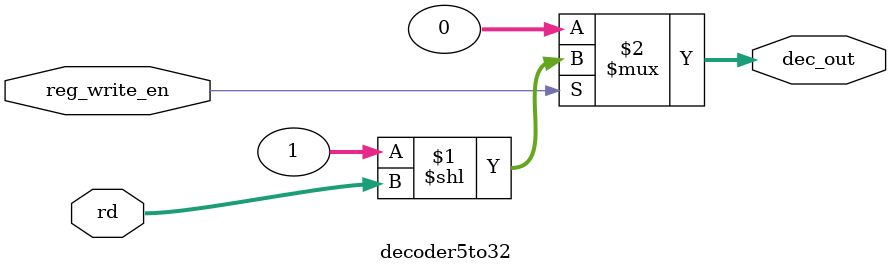
<source format=v>
`timescale 1ns/1ps

module decoder5to32(
    input [4:0] rd,
    input reg_write_en,
    output [31:0] dec_out
);

assign #1 dec_out = (reg_write_en) ? (32'b1 << rd) : 32'b0;

endmodule
</source>
